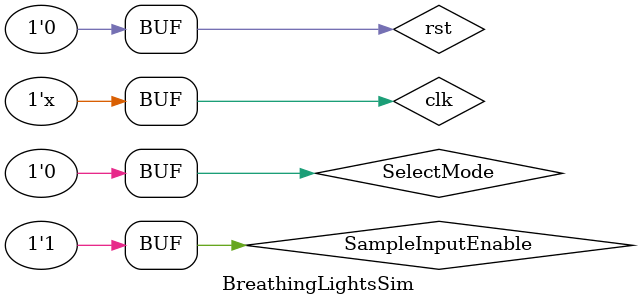
<source format=v>
`timescale 1ns / 1ps


module BreathingLightsSim;

    reg clk, rst, SampleInputEnable, SelectMode;
    wire out_r1, out_g1, out_b1;
    //clock clk_period = 5 * timescale = 5 * 1 ns  = 5ns
    localparam clk_period = 5;
    PWM_Lights PWM_MODULATORS_4TESTING (.clk(clk), .rst(rst), .SampleInputEnable(SampleInputEnable), .SelectMode(SelectMode), .out_r1(out_r1), .out_g1(out_g1), .out_b1(out_b1));
    
    initial
    begin
        clk = 1'b0; //Inital clk is 0 
        SampleInputEnable = 1'b1; //Enable input on PWM
        SelectMode = 1'b0; 
        rst = 1'b0;
        #(4*clk_period); // wait for 4 periods
        rst = 1'b1;
        #(40000); // wait 4 periods
        rst = 1'b0;
        #(10000); // wait 1 period
        SelectMode = 1'b1; //Change machine state
        #(10000); // wait 1 period
        SelectMode = 1'b0;
    end
    
    always
    begin
        clk = ~clk;
        #clk_period;
    end

endmodule

</source>
